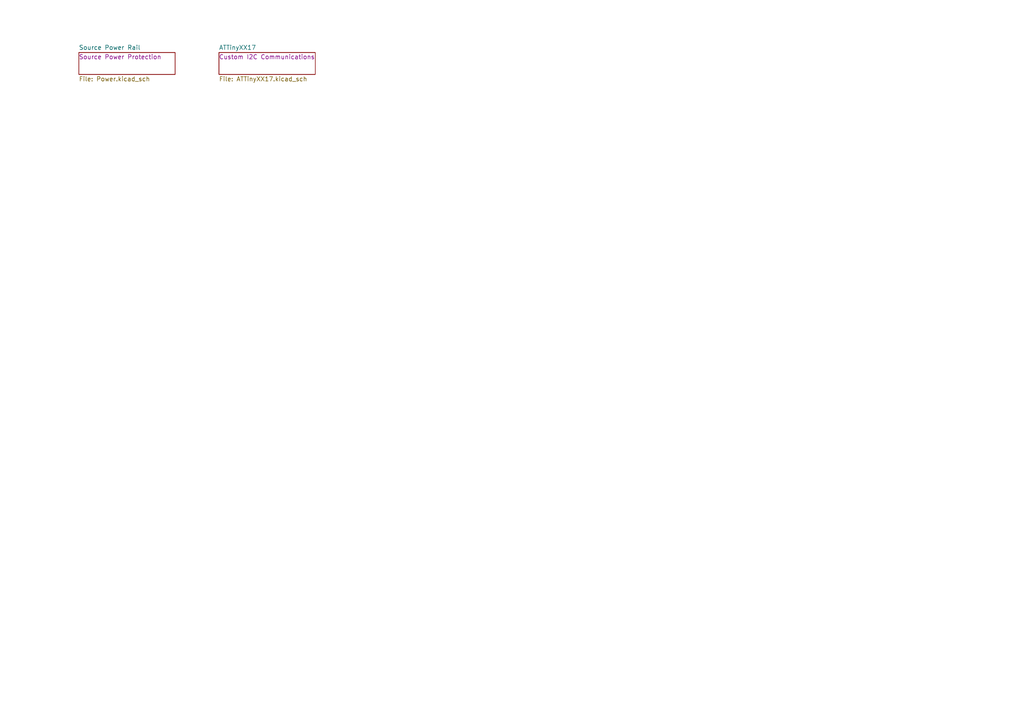
<source format=kicad_sch>
(kicad_sch (version 20211123) (generator eeschema)
  (paper "A4")
  (title_block (title "Benchtop Modular Power Strip") (date "2024-03-25") (rev "0.0.0") (company "S. A. Miller") (comment 1 "Prototype Module") (comment 2 "Blank"))
  (lib_symbols)
  (sheet (at 63.5 15.24) (size 27.94 6.35) (stroke (width 0.1524))
    (property "Sheet name" "ATTinyXX17" (at 63.5 14.5284 0) (effects (justify left bottom)))
    (property "Sheet file" "ATTinyXX17.kicad_sch" (at 63.5 22.1746 0) (effects (justify left top)))
    (property "Field2" "Custom I2C Communications" (at 63.5 16.51 0) (effects (justify left)))
  )
  (sheet (at 22.86 15.24) (size 27.94 6.35) (stroke (width 0.1524))
    (property "Sheet name" "Source Power Rail" (at 22.86 14.5284 0) (effects (justify left bottom)))
    (property "Sheet file" "Power.kicad_sch" (at 22.86 22.1746 0) (effects (justify left top)))
    (property "Field2" "Source Power Protection" (at 22.86 16.51 0) (effects (justify left)))
  )
)
</source>
